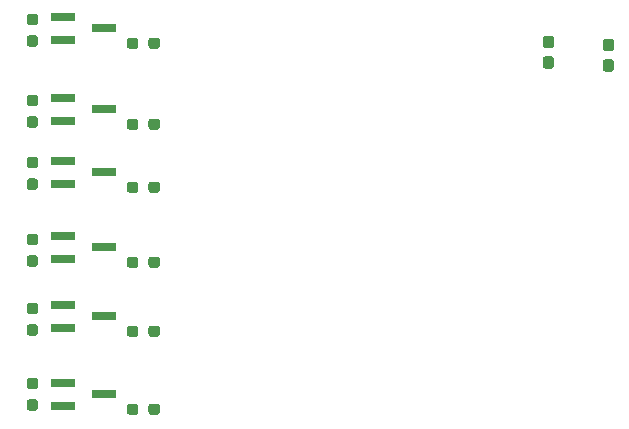
<source format=gbp>
G04 #@! TF.GenerationSoftware,KiCad,Pcbnew,5.1.10-88a1d61d58~88~ubuntu18.04.1*
G04 #@! TF.CreationDate,2021-10-23T19:38:23+09:00*
G04 #@! TF.ProjectId,CameraJigSTM32F446RE_Head,43616d65-7261-44a6-9967-53544d333246,rev?*
G04 #@! TF.SameCoordinates,Original*
G04 #@! TF.FileFunction,Paste,Bot*
G04 #@! TF.FilePolarity,Positive*
%FSLAX46Y46*%
G04 Gerber Fmt 4.6, Leading zero omitted, Abs format (unit mm)*
G04 Created by KiCad (PCBNEW 5.1.10-88a1d61d58~88~ubuntu18.04.1) date 2021-10-23 19:38:23*
%MOMM*%
%LPD*%
G01*
G04 APERTURE LIST*
%ADD10R,2.000000X0.650000*%
G04 APERTURE END LIST*
G04 #@! TO.C,C2*
G36*
G01*
X123460500Y-76324000D02*
X123935500Y-76324000D01*
G75*
G02*
X124173000Y-76561500I0J-237500D01*
G01*
X124173000Y-77161500D01*
G75*
G02*
X123935500Y-77399000I-237500J0D01*
G01*
X123460500Y-77399000D01*
G75*
G02*
X123223000Y-77161500I0J237500D01*
G01*
X123223000Y-76561500D01*
G75*
G02*
X123460500Y-76324000I237500J0D01*
G01*
G37*
G36*
G01*
X123460500Y-78049000D02*
X123935500Y-78049000D01*
G75*
G02*
X124173000Y-78286500I0J-237500D01*
G01*
X124173000Y-78886500D01*
G75*
G02*
X123935500Y-79124000I-237500J0D01*
G01*
X123460500Y-79124000D01*
G75*
G02*
X123223000Y-78886500I0J237500D01*
G01*
X123223000Y-78286500D01*
G75*
G02*
X123460500Y-78049000I237500J0D01*
G01*
G37*
G04 #@! TD*
G04 #@! TO.C,C3*
G36*
G01*
X129015500Y-79378000D02*
X128540500Y-79378000D01*
G75*
G02*
X128303000Y-79140500I0J237500D01*
G01*
X128303000Y-78540500D01*
G75*
G02*
X128540500Y-78303000I237500J0D01*
G01*
X129015500Y-78303000D01*
G75*
G02*
X129253000Y-78540500I0J-237500D01*
G01*
X129253000Y-79140500D01*
G75*
G02*
X129015500Y-79378000I-237500J0D01*
G01*
G37*
G36*
G01*
X129015500Y-77653000D02*
X128540500Y-77653000D01*
G75*
G02*
X128303000Y-77415500I0J237500D01*
G01*
X128303000Y-76815500D01*
G75*
G02*
X128540500Y-76578000I237500J0D01*
G01*
X129015500Y-76578000D01*
G75*
G02*
X129253000Y-76815500I0J-237500D01*
G01*
X129253000Y-77415500D01*
G75*
G02*
X129015500Y-77653000I-237500J0D01*
G01*
G37*
G04 #@! TD*
D10*
G04 #@! TO.C,Q2*
X82618000Y-83500000D03*
X82618000Y-81600000D03*
X86038000Y-82550000D03*
G04 #@! TD*
G04 #@! TO.C,Q3*
X86038000Y-94234000D03*
X82618000Y-93284000D03*
X82618000Y-95184000D03*
G04 #@! TD*
G04 #@! TO.C,Q4*
X86038000Y-75692000D03*
X82618000Y-74742000D03*
X82618000Y-76642000D03*
G04 #@! TD*
G04 #@! TO.C,Q5*
X82618000Y-88834000D03*
X82618000Y-86934000D03*
X86038000Y-87884000D03*
G04 #@! TD*
G04 #@! TO.C,Q9*
X86038000Y-100076000D03*
X82618000Y-99126000D03*
X82618000Y-101026000D03*
G04 #@! TD*
G04 #@! TO.C,Q11*
X82618000Y-107630000D03*
X82618000Y-105730000D03*
X86038000Y-106680000D03*
G04 #@! TD*
G04 #@! TO.C,R3*
G36*
G01*
X80247500Y-82282000D02*
X79772500Y-82282000D01*
G75*
G02*
X79535000Y-82044500I0J237500D01*
G01*
X79535000Y-81544500D01*
G75*
G02*
X79772500Y-81307000I237500J0D01*
G01*
X80247500Y-81307000D01*
G75*
G02*
X80485000Y-81544500I0J-237500D01*
G01*
X80485000Y-82044500D01*
G75*
G02*
X80247500Y-82282000I-237500J0D01*
G01*
G37*
G36*
G01*
X80247500Y-84107000D02*
X79772500Y-84107000D01*
G75*
G02*
X79535000Y-83869500I0J237500D01*
G01*
X79535000Y-83369500D01*
G75*
G02*
X79772500Y-83132000I237500J0D01*
G01*
X80247500Y-83132000D01*
G75*
G02*
X80485000Y-83369500I0J-237500D01*
G01*
X80485000Y-83869500D01*
G75*
G02*
X80247500Y-84107000I-237500J0D01*
G01*
G37*
G04 #@! TD*
G04 #@! TO.C,R4*
G36*
G01*
X80247500Y-94063000D02*
X79772500Y-94063000D01*
G75*
G02*
X79535000Y-93825500I0J237500D01*
G01*
X79535000Y-93325500D01*
G75*
G02*
X79772500Y-93088000I237500J0D01*
G01*
X80247500Y-93088000D01*
G75*
G02*
X80485000Y-93325500I0J-237500D01*
G01*
X80485000Y-93825500D01*
G75*
G02*
X80247500Y-94063000I-237500J0D01*
G01*
G37*
G36*
G01*
X80247500Y-95888000D02*
X79772500Y-95888000D01*
G75*
G02*
X79535000Y-95650500I0J237500D01*
G01*
X79535000Y-95150500D01*
G75*
G02*
X79772500Y-94913000I237500J0D01*
G01*
X80247500Y-94913000D01*
G75*
G02*
X80485000Y-95150500I0J-237500D01*
G01*
X80485000Y-95650500D01*
G75*
G02*
X80247500Y-95888000I-237500J0D01*
G01*
G37*
G04 #@! TD*
G04 #@! TO.C,R5*
G36*
G01*
X80247500Y-77242500D02*
X79772500Y-77242500D01*
G75*
G02*
X79535000Y-77005000I0J237500D01*
G01*
X79535000Y-76505000D01*
G75*
G02*
X79772500Y-76267500I237500J0D01*
G01*
X80247500Y-76267500D01*
G75*
G02*
X80485000Y-76505000I0J-237500D01*
G01*
X80485000Y-77005000D01*
G75*
G02*
X80247500Y-77242500I-237500J0D01*
G01*
G37*
G36*
G01*
X80247500Y-75417500D02*
X79772500Y-75417500D01*
G75*
G02*
X79535000Y-75180000I0J237500D01*
G01*
X79535000Y-74680000D01*
G75*
G02*
X79772500Y-74442500I237500J0D01*
G01*
X80247500Y-74442500D01*
G75*
G02*
X80485000Y-74680000I0J-237500D01*
G01*
X80485000Y-75180000D01*
G75*
G02*
X80247500Y-75417500I-237500J0D01*
G01*
G37*
G04 #@! TD*
G04 #@! TO.C,R6*
G36*
G01*
X80247500Y-89377000D02*
X79772500Y-89377000D01*
G75*
G02*
X79535000Y-89139500I0J237500D01*
G01*
X79535000Y-88639500D01*
G75*
G02*
X79772500Y-88402000I237500J0D01*
G01*
X80247500Y-88402000D01*
G75*
G02*
X80485000Y-88639500I0J-237500D01*
G01*
X80485000Y-89139500D01*
G75*
G02*
X80247500Y-89377000I-237500J0D01*
G01*
G37*
G36*
G01*
X80247500Y-87552000D02*
X79772500Y-87552000D01*
G75*
G02*
X79535000Y-87314500I0J237500D01*
G01*
X79535000Y-86814500D01*
G75*
G02*
X79772500Y-86577000I237500J0D01*
G01*
X80247500Y-86577000D01*
G75*
G02*
X80485000Y-86814500I0J-237500D01*
G01*
X80485000Y-87314500D01*
G75*
G02*
X80247500Y-87552000I-237500J0D01*
G01*
G37*
G04 #@! TD*
G04 #@! TO.C,R10*
G36*
G01*
X88008000Y-84057500D02*
X88008000Y-83582500D01*
G75*
G02*
X88245500Y-83345000I237500J0D01*
G01*
X88745500Y-83345000D01*
G75*
G02*
X88983000Y-83582500I0J-237500D01*
G01*
X88983000Y-84057500D01*
G75*
G02*
X88745500Y-84295000I-237500J0D01*
G01*
X88245500Y-84295000D01*
G75*
G02*
X88008000Y-84057500I0J237500D01*
G01*
G37*
G36*
G01*
X89833000Y-84057500D02*
X89833000Y-83582500D01*
G75*
G02*
X90070500Y-83345000I237500J0D01*
G01*
X90570500Y-83345000D01*
G75*
G02*
X90808000Y-83582500I0J-237500D01*
G01*
X90808000Y-84057500D01*
G75*
G02*
X90570500Y-84295000I-237500J0D01*
G01*
X90070500Y-84295000D01*
G75*
G02*
X89833000Y-84057500I0J237500D01*
G01*
G37*
G04 #@! TD*
G04 #@! TO.C,R11*
G36*
G01*
X88008000Y-95741500D02*
X88008000Y-95266500D01*
G75*
G02*
X88245500Y-95029000I237500J0D01*
G01*
X88745500Y-95029000D01*
G75*
G02*
X88983000Y-95266500I0J-237500D01*
G01*
X88983000Y-95741500D01*
G75*
G02*
X88745500Y-95979000I-237500J0D01*
G01*
X88245500Y-95979000D01*
G75*
G02*
X88008000Y-95741500I0J237500D01*
G01*
G37*
G36*
G01*
X89833000Y-95741500D02*
X89833000Y-95266500D01*
G75*
G02*
X90070500Y-95029000I237500J0D01*
G01*
X90570500Y-95029000D01*
G75*
G02*
X90808000Y-95266500I0J-237500D01*
G01*
X90808000Y-95741500D01*
G75*
G02*
X90570500Y-95979000I-237500J0D01*
G01*
X90070500Y-95979000D01*
G75*
G02*
X89833000Y-95741500I0J237500D01*
G01*
G37*
G04 #@! TD*
G04 #@! TO.C,R12*
G36*
G01*
X89833000Y-77199500D02*
X89833000Y-76724500D01*
G75*
G02*
X90070500Y-76487000I237500J0D01*
G01*
X90570500Y-76487000D01*
G75*
G02*
X90808000Y-76724500I0J-237500D01*
G01*
X90808000Y-77199500D01*
G75*
G02*
X90570500Y-77437000I-237500J0D01*
G01*
X90070500Y-77437000D01*
G75*
G02*
X89833000Y-77199500I0J237500D01*
G01*
G37*
G36*
G01*
X88008000Y-77199500D02*
X88008000Y-76724500D01*
G75*
G02*
X88245500Y-76487000I237500J0D01*
G01*
X88745500Y-76487000D01*
G75*
G02*
X88983000Y-76724500I0J-237500D01*
G01*
X88983000Y-77199500D01*
G75*
G02*
X88745500Y-77437000I-237500J0D01*
G01*
X88245500Y-77437000D01*
G75*
G02*
X88008000Y-77199500I0J237500D01*
G01*
G37*
G04 #@! TD*
G04 #@! TO.C,R13*
G36*
G01*
X89833000Y-89391500D02*
X89833000Y-88916500D01*
G75*
G02*
X90070500Y-88679000I237500J0D01*
G01*
X90570500Y-88679000D01*
G75*
G02*
X90808000Y-88916500I0J-237500D01*
G01*
X90808000Y-89391500D01*
G75*
G02*
X90570500Y-89629000I-237500J0D01*
G01*
X90070500Y-89629000D01*
G75*
G02*
X89833000Y-89391500I0J237500D01*
G01*
G37*
G36*
G01*
X88008000Y-89391500D02*
X88008000Y-88916500D01*
G75*
G02*
X88245500Y-88679000I237500J0D01*
G01*
X88745500Y-88679000D01*
G75*
G02*
X88983000Y-88916500I0J-237500D01*
G01*
X88983000Y-89391500D01*
G75*
G02*
X88745500Y-89629000I-237500J0D01*
G01*
X88245500Y-89629000D01*
G75*
G02*
X88008000Y-89391500I0J237500D01*
G01*
G37*
G04 #@! TD*
G04 #@! TO.C,R17*
G36*
G01*
X80247500Y-101730000D02*
X79772500Y-101730000D01*
G75*
G02*
X79535000Y-101492500I0J237500D01*
G01*
X79535000Y-100992500D01*
G75*
G02*
X79772500Y-100755000I237500J0D01*
G01*
X80247500Y-100755000D01*
G75*
G02*
X80485000Y-100992500I0J-237500D01*
G01*
X80485000Y-101492500D01*
G75*
G02*
X80247500Y-101730000I-237500J0D01*
G01*
G37*
G36*
G01*
X80247500Y-99905000D02*
X79772500Y-99905000D01*
G75*
G02*
X79535000Y-99667500I0J237500D01*
G01*
X79535000Y-99167500D01*
G75*
G02*
X79772500Y-98930000I237500J0D01*
G01*
X80247500Y-98930000D01*
G75*
G02*
X80485000Y-99167500I0J-237500D01*
G01*
X80485000Y-99667500D01*
G75*
G02*
X80247500Y-99905000I-237500J0D01*
G01*
G37*
G04 #@! TD*
G04 #@! TO.C,R19*
G36*
G01*
X80247500Y-108080000D02*
X79772500Y-108080000D01*
G75*
G02*
X79535000Y-107842500I0J237500D01*
G01*
X79535000Y-107342500D01*
G75*
G02*
X79772500Y-107105000I237500J0D01*
G01*
X80247500Y-107105000D01*
G75*
G02*
X80485000Y-107342500I0J-237500D01*
G01*
X80485000Y-107842500D01*
G75*
G02*
X80247500Y-108080000I-237500J0D01*
G01*
G37*
G36*
G01*
X80247500Y-106255000D02*
X79772500Y-106255000D01*
G75*
G02*
X79535000Y-106017500I0J237500D01*
G01*
X79535000Y-105517500D01*
G75*
G02*
X79772500Y-105280000I237500J0D01*
G01*
X80247500Y-105280000D01*
G75*
G02*
X80485000Y-105517500I0J-237500D01*
G01*
X80485000Y-106017500D01*
G75*
G02*
X80247500Y-106255000I-237500J0D01*
G01*
G37*
G04 #@! TD*
G04 #@! TO.C,R20*
G36*
G01*
X89833000Y-101583500D02*
X89833000Y-101108500D01*
G75*
G02*
X90070500Y-100871000I237500J0D01*
G01*
X90570500Y-100871000D01*
G75*
G02*
X90808000Y-101108500I0J-237500D01*
G01*
X90808000Y-101583500D01*
G75*
G02*
X90570500Y-101821000I-237500J0D01*
G01*
X90070500Y-101821000D01*
G75*
G02*
X89833000Y-101583500I0J237500D01*
G01*
G37*
G36*
G01*
X88008000Y-101583500D02*
X88008000Y-101108500D01*
G75*
G02*
X88245500Y-100871000I237500J0D01*
G01*
X88745500Y-100871000D01*
G75*
G02*
X88983000Y-101108500I0J-237500D01*
G01*
X88983000Y-101583500D01*
G75*
G02*
X88745500Y-101821000I-237500J0D01*
G01*
X88245500Y-101821000D01*
G75*
G02*
X88008000Y-101583500I0J237500D01*
G01*
G37*
G04 #@! TD*
G04 #@! TO.C,R22*
G36*
G01*
X89833000Y-108187500D02*
X89833000Y-107712500D01*
G75*
G02*
X90070500Y-107475000I237500J0D01*
G01*
X90570500Y-107475000D01*
G75*
G02*
X90808000Y-107712500I0J-237500D01*
G01*
X90808000Y-108187500D01*
G75*
G02*
X90570500Y-108425000I-237500J0D01*
G01*
X90070500Y-108425000D01*
G75*
G02*
X89833000Y-108187500I0J237500D01*
G01*
G37*
G36*
G01*
X88008000Y-108187500D02*
X88008000Y-107712500D01*
G75*
G02*
X88245500Y-107475000I237500J0D01*
G01*
X88745500Y-107475000D01*
G75*
G02*
X88983000Y-107712500I0J-237500D01*
G01*
X88983000Y-108187500D01*
G75*
G02*
X88745500Y-108425000I-237500J0D01*
G01*
X88245500Y-108425000D01*
G75*
G02*
X88008000Y-108187500I0J237500D01*
G01*
G37*
G04 #@! TD*
M02*

</source>
